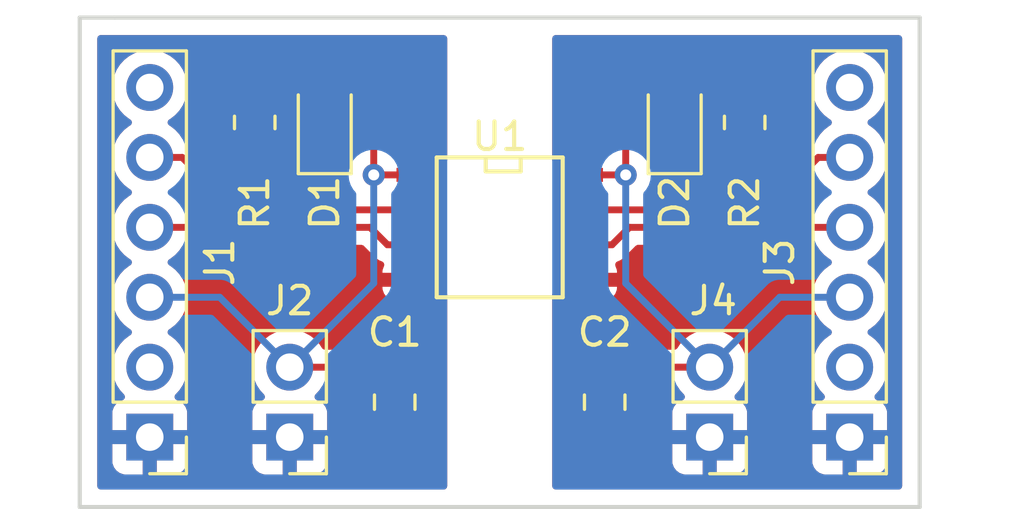
<source format=kicad_pcb>
(kicad_pcb (version 20240108) (generator "pcbnew") (generator_version "8.0")
  (layers (0 "F.Cu" signal) (31 "B.Cu" signal) (34 "B.Paste" user) (35 "F.Paste" user) (36 "B.SilkS" user "B.Silkscreen") (37 "F.SilkS" user "F.Silkscreen") (38 "B.Mask" user) (39 "F.Mask" user) (44 "Edge.Cuts" user))
  (net 0 "")
  (net 1 "VDDA")
  (net 2 "/TXb")
  (net 3 "GNDA")
  (net 4 "GND")
  (net 5 "/TXa")
  (net 6 "/RXa")
  (net 7 "VDD")
  (net 8 "Net-(D1-K)")
  (net 9 "Net-(D2-K)")
  (net 14 "/RXb")
  (footprint "SMD_Packages:SOIC-8-N" (layer "F.Cu") (at 132.08 104.14 -90)
    (property "Reference" "U1" (at -3.302 0 180) (layer "F.SilkS"))
    (property "Value" "FOD8012")
    (fp_line (start -2.54 2.286) (end -2.54 -2.286) (stroke (width 0.15)) (layer "F.SilkS"))
    (fp_line (start 2.54 2.286) (end -2.54 2.286) (stroke (width 0.15)) (layer "F.SilkS"))
    (fp_line (start -2.032 0.508) (end -2.54 0.508) (stroke (width 0.15)) (layer "F.SilkS"))
    (fp_line (start -2.54 -0.762) (end -2.032 -0.762) (stroke (width 0.15)) (layer "F.SilkS"))
    (fp_line (start -2.032 -0.762) (end -2.032 0.508) (stroke (width 0.15)) (layer "F.SilkS"))
    (fp_line (start -2.54 -2.286) (end 2.54 -2.286) (stroke (width 0.15)) (layer "F.SilkS"))
    (fp_line (start 2.54 -2.286) (end 2.54 2.286) (stroke (width 0.15)) (layer "F.SilkS"))
    (pad "1" smd rect (at -1.905 3.175 270) (size 0.508 1.143) (layers "F.Cu" "F.Paste" "F.Mask") (net 7 "VDD"))
    (pad "2" smd rect (at -0.635 3.175 270) (size 0.508 1.143) (layers "F.Cu" "F.Paste" "F.Mask") (net 6 "/RXa"))
    (pad "3" smd rect (at 0.635 3.175 270) (size 0.508 1.143) (layers "F.Cu" "F.Paste" "F.Mask") (net 5 "/TXa"))
    (pad "4" smd rect (at 1.905 3.175 270) (size 0.508 1.143) (layers "F.Cu" "F.Paste" "F.Mask") (net 4 "GND"))
    (pad "5" smd rect (at 1.905 -3.175 270) (size 0.508 1.143) (layers "F.Cu" "F.Paste" "F.Mask") (net 3 "GNDA"))
    (pad "6" smd rect (at 0.635 -3.175 270) (size 0.508 1.143) (layers "F.Cu" "F.Paste" "F.Mask") (net 2 "/TXb"))
    (pad "7" smd rect (at -0.635 -3.175 270) (size 0.508 1.143) (layers "F.Cu" "F.Paste" "F.Mask") (net 14 "/RXb"))
    (pad "8" smd rect (at -1.905 -3.175 270) (size 0.508 1.143) (layers "F.Cu" "F.Paste" "F.Mask") (net 1 "VDDA"))
  )
  (footprint "Capacitor_SMD:C_0805_2012Metric_Pad1.18x1.45mm_HandSolder" (layer "F.Cu") (at 128.27 110.49 -90)
    (property "Reference" "C1" (at -2.54 0 0) (layer "F.SilkS"))
    (property "Value" "100nF")
    (fp_line (start -0.261252 0.735) (end 0.261252 0.735) (stroke (width 0.12)) (layer "F.SilkS"))
    (fp_line (start -0.261252 -0.735) (end 0.261252 -0.735) (stroke (width 0.12)) (layer "F.SilkS"))
    (pad "1" smd roundrect (at -1.0375 0 270) (size 1.175 1.45) (layers "F.Cu" "F.Paste" "F.Mask") (roundrect_rratio 0.212766) (net 7 "VDD"))
    (pad "2" smd roundrect (at 1.0375 0 270) (size 1.175 1.45) (layers "F.Cu" "F.Paste" "F.Mask") (roundrect_rratio 0.212766) (net 4 "GND"))
  )
  (footprint "Capacitor_SMD:C_0805_2012Metric_Pad1.18x1.45mm_HandSolder" (layer "F.Cu") (at 135.89 110.49 -90)
    (property "Reference" "C2" (at -2.54 0 0) (layer "F.SilkS"))
    (property "Value" "100nF")
    (fp_line (start -0.261252 0.735) (end 0.261252 0.735) (stroke (width 0.12)) (layer "F.SilkS"))
    (fp_line (start -0.261252 -0.735) (end 0.261252 -0.735) (stroke (width 0.12)) (layer "F.SilkS"))
    (pad "1" smd roundrect (at -1.0375 0 270) (size 1.175 1.45) (layers "F.Cu" "F.Paste" "F.Mask") (roundrect_rratio 0.212766) (net 1 "VDDA"))
    (pad "2" smd roundrect (at 1.0375 0 270) (size 1.175 1.45) (layers "F.Cu" "F.Paste" "F.Mask") (roundrect_rratio 0.212766) (net 3 "GNDA"))
  )
  (footprint "LED_SMD:LED_0805_2012Metric_Pad1.15x1.40mm_HandSolder" (layer "F.Cu") (at 125.73 100.33 90)
    (property "Reference" "D1" (at -2.921 0 90) (layer "F.SilkS"))
    (property "Value" "LED")
    (fp_line (start 1 -0.96) (end -1.86 -0.96) (stroke (width 0.12)) (layer "F.SilkS"))
    (fp_line (start -1.86 -0.96) (end -1.86 0.96) (stroke (width 0.12)) (layer "F.SilkS"))
    (fp_line (start -1.86 0.96) (end 1 0.96) (stroke (width 0.12)) (layer "F.SilkS"))
    (pad "1" smd roundrect (at -1.025 0 90) (size 1.15 1.4) (layers "F.Cu" "F.Paste" "F.Mask") (roundrect_rratio 0.217391) (net 8 "Net-(D1-K)"))
    (pad "2" smd roundrect (at 1.025 0 90) (size 1.15 1.4) (layers "F.Cu" "F.Paste" "F.Mask") (roundrect_rratio 0.217391) (net 7 "VDD"))
  )
  (footprint "LED_SMD:LED_0805_2012Metric_Pad1.15x1.40mm_HandSolder" (layer "F.Cu") (at 138.43 100.33 90)
    (property "Reference" "D2" (at -2.921 0 90) (layer "F.SilkS"))
    (property "Value" "LED")
    (fp_line (start 1 -0.96) (end -1.86 -0.96) (stroke (width 0.12)) (layer "F.SilkS"))
    (fp_line (start -1.86 -0.96) (end -1.86 0.96) (stroke (width 0.12)) (layer "F.SilkS"))
    (fp_line (start -1.86 0.96) (end 1 0.96) (stroke (width 0.12)) (layer "F.SilkS"))
    (pad "1" smd roundrect (at -1.025 0 90) (size 1.15 1.4) (layers "F.Cu" "F.Paste" "F.Mask") (roundrect_rratio 0.217391) (net 9 "Net-(D2-K)"))
    (pad "2" smd roundrect (at 1.025 0 90) (size 1.15 1.4) (layers "F.Cu" "F.Paste" "F.Mask") (roundrect_rratio 0.217391) (net 1 "VDDA"))
  )
  (footprint "Connector_PinHeader_2.54mm:PinHeader_1x06_P2.54mm_Vertical" (layer "F.Cu") (at 119.38 111.76 180)
    (property "Reference" "J1" (at -2.54 6.35 90) (layer "F.SilkS"))
    (property "Value" "USB-to-UART")
    (fp_line (start 1.33 1.27) (end 1.33 14.03) (stroke (width 0.12)) (layer "F.SilkS"))
    (fp_line (start -1.33 14.03) (end 1.33 14.03) (stroke (width 0.12)) (layer "F.SilkS"))
    (fp_line (start -1.33 1.27) (end 1.33 1.27) (stroke (width 0.12)) (layer "F.SilkS"))
    (fp_line (start -1.33 1.27) (end -1.33 14.03) (stroke (width 0.12)) (layer "F.SilkS"))
    (fp_line (start -1.33 0) (end -1.33 -1.33) (stroke (width 0.12)) (layer "F.SilkS"))
    (fp_line (start -1.33 -1.33) (end 0 -1.33) (stroke (width 0.12)) (layer "F.SilkS"))
    (pad "1" thru_hole rect (at 0 0 180) (size 1.7 1.7) (drill 1) (layers "*.Cu" "*.Mask") (net 4 "GND"))
    (pad "2" thru_hole oval (at 0 2.54 180) (size 1.7 1.7) (drill 1) (layers "*.Cu" "*.Mask"))
    (pad "3" thru_hole oval (at 0 5.08 180) (size 1.7 1.7) (drill 1) (layers "*.Cu" "*.Mask") (net 7 "VDD"))
    (pad "4" thru_hole oval (at 0 7.62 180) (size 1.7 1.7) (drill 1) (layers "*.Cu" "*.Mask") (net 5 "/TXa"))
    (pad "5" thru_hole oval (at 0 10.16 180) (size 1.7 1.7) (drill 1) (layers "*.Cu" "*.Mask") (net 6 "/RXa"))
    (pad "6" thru_hole oval (at 0 12.7 180) (size 1.7 1.7) (drill 1) (layers "*.Cu" "*.Mask"))
  )
  (footprint "Connector_PinHeader_2.54mm:PinHeader_1x02_P2.54mm_Vertical" (layer "F.Cu") (at 124.46 111.76 180)
    (property "Reference" "J2" (at 0 4.953 180) (layer "F.SilkS"))
    (property "Value" "Power")
    (fp_line (start 1.33 1.27) (end 1.33 3.87) (stroke (width 0.12)) (layer "F.SilkS"))
    (fp_line (start -1.33 3.87) (end 1.33 3.87) (stroke (width 0.12)) (layer "F.SilkS"))
    (fp_line (start -1.33 1.27) (end 1.33 1.27) (stroke (width 0.12)) (layer "F.SilkS"))
    (fp_line (start -1.33 1.27) (end -1.33 3.87) (stroke (width 0.12)) (layer "F.SilkS"))
    (fp_line (start -1.33 0) (end -1.33 -1.33) (stroke (width 0.12)) (layer "F.SilkS"))
    (fp_line (start -1.33 -1.33) (end 0 -1.33) (stroke (width 0.12)) (layer "F.SilkS"))
    (pad "1" thru_hole rect (at 0 0 180) (size 1.7 1.7) (drill 1) (layers "*.Cu" "*.Mask") (net 4 "GND"))
    (pad "2" thru_hole oval (at 0 2.54 180) (size 1.7 1.7) (drill 1) (layers "*.Cu" "*.Mask") (net 7 "VDD"))
  )
  (footprint "Connector_PinHeader_2.54mm:PinHeader_1x06_P2.54mm_Vertical" (layer "F.Cu") (at 144.78 111.76 180)
    (property "Reference" "J3" (at 2.54 6.35 90) (layer "F.SilkS"))
    (property "Value" "UART-to-Device")
    (fp_line (start 1.33 1.27) (end 1.33 14.03) (stroke (width 0.12)) (layer "F.SilkS"))
    (fp_line (start -1.33 14.03) (end 1.33 14.03) (stroke (width 0.12)) (layer "F.SilkS"))
    (fp_line (start -1.33 1.27) (end 1.33 1.27) (stroke (width 0.12)) (layer "F.SilkS"))
    (fp_line (start -1.33 1.27) (end -1.33 14.03) (stroke (width 0.12)) (layer "F.SilkS"))
    (fp_line (start -1.33 0) (end -1.33 -1.33) (stroke (width 0.12)) (layer "F.SilkS"))
    (fp_line (start -1.33 -1.33) (end 0 -1.33) (stroke (width 0.12)) (layer "F.SilkS"))
    (pad "1" thru_hole rect (at 0 0 180) (size 1.7 1.7) (drill 1) (layers "*.Cu" "*.Mask") (net 3 "GNDA"))
    (pad "2" thru_hole oval (at 0 2.54 180) (size 1.7 1.7) (drill 1) (layers "*.Cu" "*.Mask"))
    (pad "3" thru_hole oval (at 0 5.08 180) (size 1.7 1.7) (drill 1) (layers "*.Cu" "*.Mask") (net 1 "VDDA"))
    (pad "4" thru_hole oval (at 0 7.62 180) (size 1.7 1.7) (drill 1) (layers "*.Cu" "*.Mask") (net 2 "/TXb"))
    (pad "5" thru_hole oval (at 0 10.16 180) (size 1.7 1.7) (drill 1) (layers "*.Cu" "*.Mask") (net 14 "/RXb"))
    (pad "6" thru_hole oval (at 0 12.7 180) (size 1.7 1.7) (drill 1) (layers "*.Cu" "*.Mask"))
  )
  (footprint "Connector_PinHeader_2.54mm:PinHeader_1x02_P2.54mm_Vertical" (layer "F.Cu") (at 139.7 111.76 180)
    (property "Reference" "J4" (at -0.127 4.953 180) (layer "F.SilkS"))
    (property "Value" "Power")
    (fp_line (start 1.33 1.27) (end 1.33 3.87) (stroke (width 0.12)) (layer "F.SilkS"))
    (fp_line (start -1.33 3.87) (end 1.33 3.87) (stroke (width 0.12)) (layer "F.SilkS"))
    (fp_line (start -1.33 1.27) (end 1.33 1.27) (stroke (width 0.12)) (layer "F.SilkS"))
    (fp_line (start -1.33 1.27) (end -1.33 3.87) (stroke (width 0.12)) (layer "F.SilkS"))
    (fp_line (start -1.33 0) (end -1.33 -1.33) (stroke (width 0.12)) (layer "F.SilkS"))
    (fp_line (start -1.33 -1.33) (end 0 -1.33) (stroke (width 0.12)) (layer "F.SilkS"))
    (pad "1" thru_hole rect (at 0 0 180) (size 1.7 1.7) (drill 1) (layers "*.Cu" "*.Mask") (net 3 "GNDA"))
    (pad "2" thru_hole oval (at 0 2.54 180) (size 1.7 1.7) (drill 1) (layers "*.Cu" "*.Mask") (net 1 "VDDA"))
  )
  (footprint "Resistor_SMD:R_0805_2012Metric_Pad1.20x1.40mm_HandSolder" (layer "F.Cu") (at 123.19 100.33 90)
    (property "Reference" "R1" (at -2.921 0 90) (layer "F.SilkS"))
    (property "Value" "1K")
    (fp_line (start -0.227064 -0.735) (end 0.227064 -0.735) (stroke (width 0.12)) (layer "F.SilkS"))
    (fp_line (start -0.227064 0.735) (end 0.227064 0.735) (stroke (width 0.12)) (layer "F.SilkS"))
    (pad "1" smd roundrect (at -1 0 90) (size 1.2 1.4) (layers "F.Cu" "F.Paste" "F.Mask") (roundrect_rratio 0.208333) (net 8 "Net-(D1-K)"))
    (pad "2" smd roundrect (at 1 0 90) (size 1.2 1.4) (layers "F.Cu" "F.Paste" "F.Mask") (roundrect_rratio 0.208333) (net 4 "GND"))
  )
  (footprint "Resistor_SMD:R_0805_2012Metric_Pad1.20x1.40mm_HandSolder" (layer "F.Cu") (at 140.97 100.33 90)
    (property "Reference" "R2" (at -2.921 0 90) (layer "F.SilkS"))
    (property "Value" "1K")
    (fp_line (start -0.227064 -0.735) (end 0.227064 -0.735) (stroke (width 0.12)) (layer "F.SilkS"))
    (fp_line (start -0.227064 0.735) (end 0.227064 0.735) (stroke (width 0.12)) (layer "F.SilkS"))
    (pad "1" smd roundrect (at -1 0 90) (size 1.2 1.4) (layers "F.Cu" "F.Paste" "F.Mask") (roundrect_rratio 0.208333) (net 9 "Net-(D2-K)"))
    (pad "2" smd roundrect (at 1 0 90) (size 1.2 1.4) (layers "F.Cu" "F.Paste" "F.Mask") (roundrect_rratio 0.208333) (net 3 "GNDA"))
  )
  (gr_line (start 118.11 96.52) (end 147.32 96.52) (stroke (width 0.15)) (layer "Edge.Cuts"))
  (gr_line (start 147.32 114.3) (end 116.84 114.3) (stroke (width 0.15)) (layer "Edge.Cuts"))
  (gr_line (start 116.84 96.52) (end 118.11 96.52) (stroke (width 0.15)) (layer "Edge.Cuts"))
  (gr_line (start 147.32 96.52) (end 147.32 114.3) (stroke (width 0.15)) (layer "Edge.Cuts"))
  (gr_line (start 116.84 96.52) (end 116.84 114.3) (stroke (width 0.15)) (layer "Edge.Cuts"))
  (segment (start 136.652 102.235) (end 136.652 99.7827) (width 0.25) (layer "F.Cu") (net 1))
  (segment (start 135.89 109.24) (end 136.8403 109.24) (width 0.25) (layer "F.Cu") (net 1))
  (segment (start 136.652 99.7827) (end 137.1297 99.305) (width 0.25) (layer "F.Cu") (net 1))
  (segment (start 135.89 109.4525) (end 136.1225 109.22) (width 0.25) (layer "F.Cu") (net 1))
  (segment (start 138.43 99.305) (end 137.1297 99.305) (width 0.25) (layer "F.Cu") (net 1))
  (segment (start 139.7 109.22) (end 138.5247 109.22) (width 0.25) (layer "F.Cu") (net 1))
  (segment (start 136.1225 109.22) (end 139.7 109.22) (width 0.25) (layer "F.Cu") (net 1))
  (segment (start 135.255 102.235) (end 136.652 102.235) (width 0.25) (layer "F.Cu") (net 1))
  (via (at 136.652 102.235) (size 0.8) (drill 0.4) (layers "F.Cu" "B.Cu") (net 1))
  (segment (start 144.78 106.68) (end 142.24 106.68) (width 0.25) (layer "B.Cu") (net 1))
  (segment (start 142.24 106.68) (end 139.7 109.22) (width 0.25) (layer "B.Cu") (net 1))
  (segment (start 136.652 102.235) (end 136.652 106.172) (width 0.25) (layer "B.Cu") (net 1))
  (segment (start 136.652 106.172) (end 139.7 109.22) (width 0.25) (layer "B.Cu") (net 1))
  (segment (start 144.78 104.14) (end 136.7868 104.14) (width 0.25) (layer "F.Cu") (net 2))
  (segment (start 135.255 104.775) (end 136.1518 104.775) (width 0.25) (layer "F.Cu") (net 2))
  (segment (start 136.7868 104.14) (end 136.1518 104.775) (width 0.25) (layer "F.Cu") (net 2))
  (segment (start 138.5047 111.74) (end 135.89 111.74) (width 0.25) (layer "F.Cu") (net 3))
  (segment (start 139.7 111.76) (end 138.5247 111.76) (width 0.25) (layer "F.Cu") (net 3))
  (segment (start 138.5247 111.76) (end 138.5047 111.74) (width 0.25) (layer "F.Cu") (net 3))
  (segment (start 144.78 111.76) (end 139.7 111.76) (width 0.25) (layer "F.Cu") (net 3))
  (segment (start 139.573 111.76) (end 139.7 111.76) (width 0.25) (layer "B.Cu") (net 3))
  (segment (start 125.6553 111.74) (end 125.6353 111.76) (width 0.25) (layer "F.Cu") (net 4))
  (segment (start 128.27 111.74) (end 125.6553 111.74) (width 0.25) (layer "F.Cu") (net 4))
  (segment (start 124.46 111.76) (end 125.6353 111.76) (width 0.25) (layer "F.Cu") (net 4))
  (segment (start 119.38 111.76) (end 124.46 111.76) (width 0.25) (layer "F.Cu") (net 4))
  (segment (start 128.905 104.775) (end 128.0082 104.775) (width 0.25) (layer "F.Cu") (net 5))
  (segment (start 119.38 104.14) (end 127.3732 104.14) (width 0.25) (layer "F.Cu") (net 5))
  (segment (start 127.3732 104.14) (end 128.0082 104.775) (width 0.25) (layer "F.Cu") (net 5))
  (segment (start 119.38 101.6) (end 120.5553 101.6) (width 0.25) (layer "F.Cu") (net 6))
  (segment (start 120.5553 101.6) (end 122.4603 103.505) (width 0.25) (layer "F.Cu") (net 6))
  (segment (start 122.4603 103.505) (end 128.905 103.505) (width 0.25) (layer "F.Cu") (net 6))
  (segment (start 125.73 99.305) (end 126.864 99.305) (width 0.25) (layer "F.Cu") (net 7))
  (segment (start 127.508 102.235) (end 127.508 99.949) (width 0.25) (layer "F.Cu") (net 7))
  (segment (start 127.508 99.949) (end 126.864 99.305) (width 0.25) (layer "F.Cu") (net 7))
  (segment (start 127.2997 109.22) (end 127.3197 109.24) (width 0.25) (layer "F.Cu") (net 7))
  (segment (start 128.27 109.24) (end 127.3197 109.24) (width 0.25) (layer "F.Cu") (net 7))
  (segment (start 124.46 109.22) (end 127.2997 109.22) (width 0.25) (layer "F.Cu") (net 7))
  (segment (start 128.905 102.235) (end 127.508 102.235) (width 0.25) (layer "F.Cu") (net 7))
  (via (at 127.508 102.235) (size 0.8) (drill 0.4) (layers "F.Cu" "B.Cu") (net 7))
  (segment (start 127.508 102.235) (end 127.508 106.172) (width 0.25) (layer "B.Cu") (net 7))
  (segment (start 121.92 106.68) (end 124.46 109.22) (width 0.25) (layer "B.Cu") (net 7))
  (segment (start 119.38 106.68) (end 121.92 106.68) (width 0.25) (layer "B.Cu") (net 7))
  (segment (start 127.508 106.172) (end 124.46 109.22) (width 0.25) (layer "B.Cu") (net 7))
  (segment (start 123.19 101.68) (end 125.73 101.68) (width 0.25) (layer "F.Cu") (net 8))
  (segment (start 140.97 101.68) (end 138.43 101.68) (width 0.25) (layer "F.Cu") (net 9))
  (segment (start 141.732 103.505) (end 135.255 103.505) (width 0.25) (layer "F.Cu") (net 14))
  (segment (start 143.637 101.6) (end 141.732 103.505) (width 0.25) (layer "F.Cu") (net 14))
  (segment (start 144.78 101.6) (end 143.637 101.6) (width 0.25) (layer "F.Cu") (net 14))
  (zone (net 0) (net_name "") (layer "F.Cu") (connect_pads (clearance 0)) (min_thickness 0.254)
    (keepout (tracks not_allowed) (vias not_allowed) (pads allowed) (copperpour not_allowed) (footprints allowed))
    (fill (thermal_gap 0.508) (thermal_bridge_width 0.508))
    (polygon (pts (xy 133.35 114.3) (xy 130.81 114.3) (xy 130.81 96.52) (xy 133.35 96.52)))
  )
  (zone (net 3) (net_name "GNDA") (layers "F&B.Cu") (connect_pads (clearance 0.508)) (min_thickness 0.254) (fill yes (thermal_gap 0.508) (thermal_bridge_width 0.508))
    (polygon (pts (xy 133.985 97.155) (xy 146.685 97.155) (xy 146.685 113.665) (xy 133.985 113.665)))
  )
  (zone (net 4) (net_name "GND") (layers "F&B.Cu") (connect_pads (clearance 0.508)) (min_thickness 0.254) (fill yes (thermal_gap 0.508) (thermal_bridge_width 0.508))
    (polygon (pts (xy 117.475 97.155) (xy 130.175 97.155) (xy 130.175 113.665) (xy 117.475 113.665)))
  )
)
</source>
